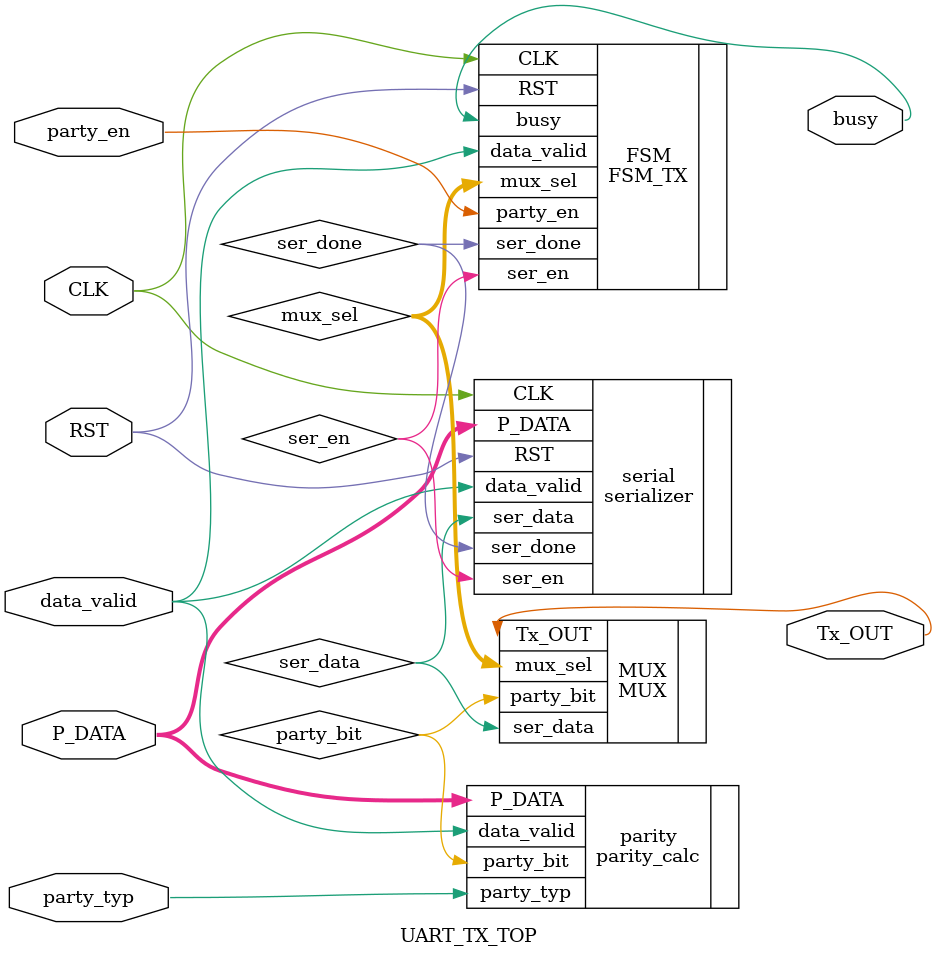
<source format=v>
module UART_TX_TOP #( parameter DATA_WIDTH = 8)(
                                             input wire CLK,RST,party_en,data_valid,party_typ,
                                             input wire [DATA_WIDTH-1:0] P_DATA,
                                             output wire busy,Tx_OUT
                                             );
         
         wire ser_done,ser_en,party_bit,ser_data;
         wire [2:0] mux_sel;


    






    serializer #(.DATA_WIDTH(8))  serial (
                                   
                                        .P_DATA(P_DATA),
                                        .ser_done(ser_done),
                                        .ser_en(ser_en),
                                        .CLK(CLK),
                                        .RST(RST),
                                        .data_valid(data_valid),
                                        .ser_data(ser_data)
                                         );
   FSM_TX  FSM                            (
                                        .CLK(CLK),
                                        .RST(RST),
                                        .data_valid(data_valid),
                                        .ser_done(ser_done),
                                        .ser_en(ser_en),
                                        .mux_sel(mux_sel),
                                        .busy(busy),
                                        .party_en(party_en)
                                         ) ;    

parity_calc     #(.DATA_WIDTH(8))       parity         (
                                        .party_typ(party_typ),
                                        .data_valid(data_valid),
                                        .P_DATA(P_DATA),
                                        .party_bit(party_bit)
                                                        );
MUX MUX                                (
                                         .mux_sel(mux_sel),
                                         .ser_data(ser_data),
                                         .party_bit(party_bit),
                                         .Tx_OUT(Tx_OUT)
                                        );
endmodule


</source>
